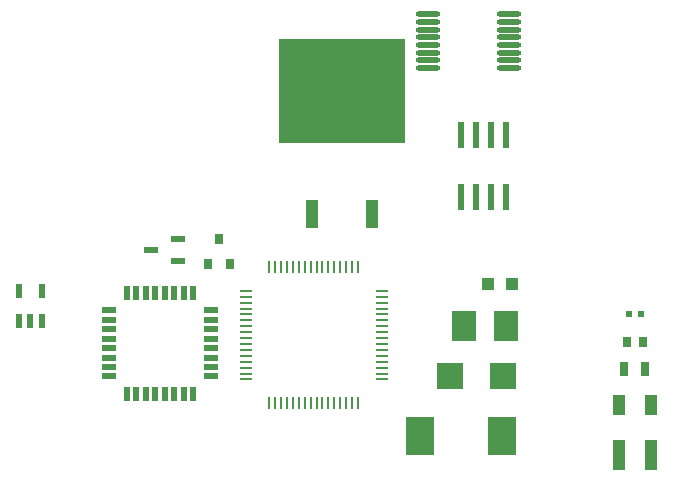
<source format=gtp>
G04 Layer_Color=8421504*
%FSLAX24Y24*%
%MOIN*%
G70*
G01*
G75*
%ADD10O,0.0827X0.0177*%
%ADD11R,0.0236X0.0197*%
%ADD12R,0.0315X0.0354*%
%ADD13R,0.0315X0.0472*%
%ADD14R,0.0433X0.0669*%
%ADD15R,0.0433X0.1024*%
%ADD16R,0.0500X0.0220*%
%ADD17R,0.0220X0.0500*%
%ADD18R,0.0087X0.0394*%
%ADD19R,0.0394X0.0087*%
%ADD20R,0.0240X0.0870*%
%ADD21R,0.0453X0.0236*%
%ADD22R,0.0200X0.0500*%
%ADD23R,0.0315X0.0354*%
%ADD24R,0.0906X0.0906*%
%ADD25R,0.0787X0.0984*%
%ADD26R,0.0945X0.1299*%
%ADD27R,0.0394X0.0394*%
%ADD28R,0.0413X0.0945*%
%ADD29R,0.4193X0.3504*%
D10*
X31083Y26545D02*
D03*
Y26801D02*
D03*
Y27057D02*
D03*
Y27313D02*
D03*
Y27569D02*
D03*
Y27825D02*
D03*
Y28081D02*
D03*
Y28337D02*
D03*
X28366Y26545D02*
D03*
Y26801D02*
D03*
Y27057D02*
D03*
Y27313D02*
D03*
Y27569D02*
D03*
Y27825D02*
D03*
Y28081D02*
D03*
Y28337D02*
D03*
D11*
X35472Y18346D02*
D03*
X35079D02*
D03*
D12*
X35000Y17402D02*
D03*
X35551D02*
D03*
D13*
X35630Y16496D02*
D03*
X34921D02*
D03*
D14*
X34744Y15315D02*
D03*
X35807D02*
D03*
D15*
X34744Y13638D02*
D03*
X35807D02*
D03*
D16*
X17759Y18465D02*
D03*
Y18150D02*
D03*
Y17835D02*
D03*
Y17520D02*
D03*
Y17205D02*
D03*
Y16890D02*
D03*
Y16575D02*
D03*
Y16260D02*
D03*
X21139D02*
D03*
Y16575D02*
D03*
Y16890D02*
D03*
Y17205D02*
D03*
Y17520D02*
D03*
Y17835D02*
D03*
Y18150D02*
D03*
Y18465D02*
D03*
D17*
X18346Y15672D02*
D03*
X18661D02*
D03*
X18976D02*
D03*
X19291D02*
D03*
X19606D02*
D03*
X19921D02*
D03*
X20236D02*
D03*
X20551D02*
D03*
Y19052D02*
D03*
X20236D02*
D03*
X19921D02*
D03*
X19606D02*
D03*
X19291D02*
D03*
X18976D02*
D03*
X18661D02*
D03*
X18346D02*
D03*
D18*
X24469Y15374D02*
D03*
X24665D02*
D03*
X24075D02*
D03*
X23681D02*
D03*
X23287D02*
D03*
X24272D02*
D03*
X23878D02*
D03*
X23484D02*
D03*
X23091D02*
D03*
X25059D02*
D03*
X25453D02*
D03*
X25846D02*
D03*
X26043D02*
D03*
X25650D02*
D03*
X25256D02*
D03*
X24862D02*
D03*
X24665Y19902D02*
D03*
X24469D02*
D03*
X25059D02*
D03*
X25453D02*
D03*
X25846D02*
D03*
X24862D02*
D03*
X25256D02*
D03*
X25650D02*
D03*
X26043D02*
D03*
X24075D02*
D03*
X23681D02*
D03*
X23287D02*
D03*
X23091D02*
D03*
X23484D02*
D03*
X23878D02*
D03*
X24272D02*
D03*
D19*
X26831Y17539D02*
D03*
Y17736D02*
D03*
Y17146D02*
D03*
Y16752D02*
D03*
Y16358D02*
D03*
Y17342D02*
D03*
Y16949D02*
D03*
Y16555D02*
D03*
Y16161D02*
D03*
Y18130D02*
D03*
Y18524D02*
D03*
Y18917D02*
D03*
Y19114D02*
D03*
Y18721D02*
D03*
Y18327D02*
D03*
Y17933D02*
D03*
X22303Y17736D02*
D03*
Y17539D02*
D03*
Y18130D02*
D03*
Y18524D02*
D03*
Y18917D02*
D03*
Y17933D02*
D03*
Y18327D02*
D03*
Y18721D02*
D03*
Y19114D02*
D03*
Y17146D02*
D03*
Y16752D02*
D03*
Y16358D02*
D03*
Y16161D02*
D03*
Y16555D02*
D03*
Y16949D02*
D03*
Y17342D02*
D03*
D20*
X29486Y22238D02*
D03*
X29986D02*
D03*
X30486D02*
D03*
X30986D02*
D03*
Y24298D02*
D03*
X30486D02*
D03*
X29986D02*
D03*
X29486D02*
D03*
D21*
X20049Y20098D02*
D03*
Y20846D02*
D03*
X19163Y20472D02*
D03*
D22*
X14748Y19110D02*
D03*
X15118Y18110D02*
D03*
X15498Y18110D02*
D03*
X14748D02*
D03*
X15498Y19110D02*
D03*
D23*
X21417Y20827D02*
D03*
X21791Y20000D02*
D03*
X21043D02*
D03*
D24*
X30886Y16260D02*
D03*
X29114D02*
D03*
D25*
X30984Y17953D02*
D03*
X29587D02*
D03*
D26*
X28120Y14291D02*
D03*
X30856D02*
D03*
D27*
X31181Y19331D02*
D03*
X30394D02*
D03*
D28*
X24512Y21693D02*
D03*
X26512D02*
D03*
D29*
X25512Y25768D02*
D03*
M02*

</source>
